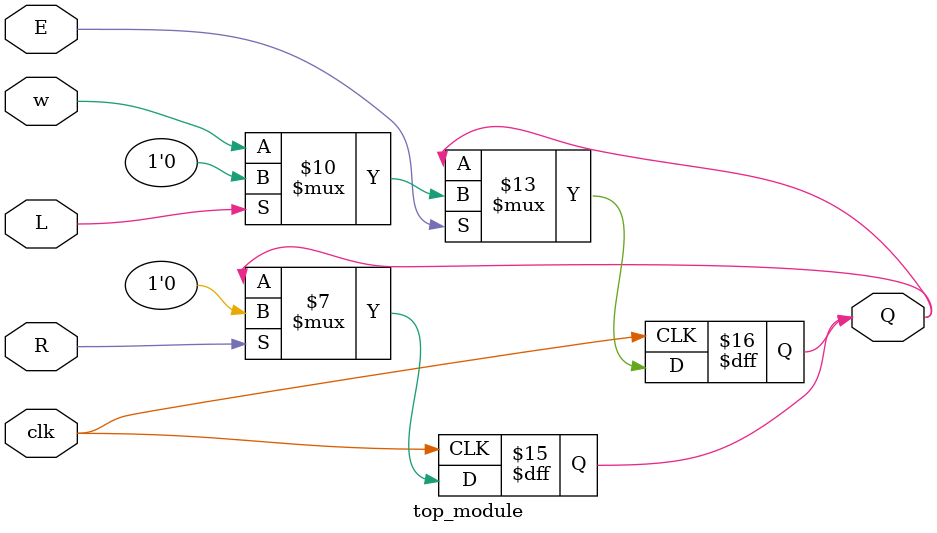
<source format=sv>
module top_module (
	input clk,
	input w,
	input R,
	input E,
	input L,
	output reg Q
);
  
	always @(posedge clk) begin
		if (E == 1'b0) begin
			// Output Q is held in its current state
		end else begin
			if (L == 1'b1) begin
				Q <= 1'b0; // Output Q is updated with the value of R
			end else begin
				Q <= w; // Output Q is updated with the value of w
			end
		end
	end

	initial begin
		Q = 1'b0;
	end

	always @(posedge clk) begin
		if (R == 1'b1) begin
			Q <= 1'b0; // Output Q is forced to a low state when R is high
		end
	end

endmodule

</source>
